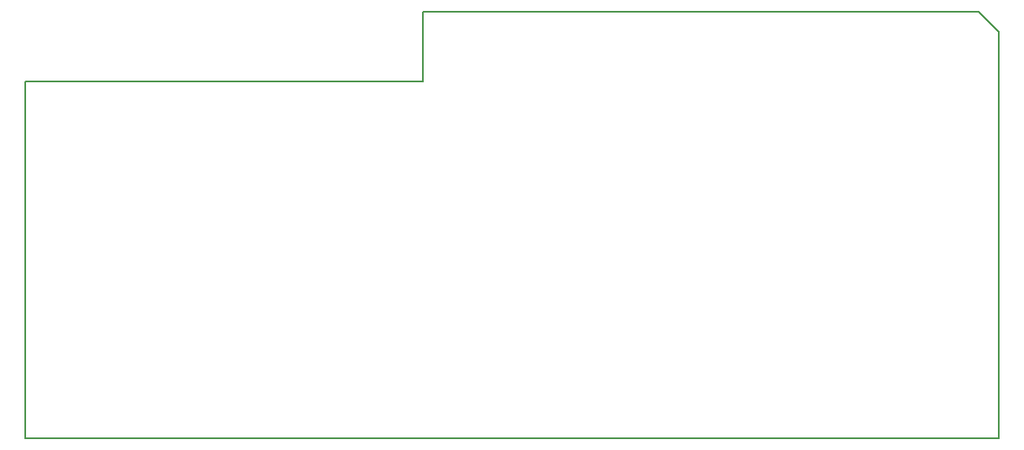
<source format=gbr>
%TF.GenerationSoftware,KiCad,Pcbnew,7.0.10*%
%TF.CreationDate,2024-02-06T22:07:37+01:00*%
%TF.ProjectId,16M2164_Ersatz_16dRAM,31364d32-3136-4345-9f45-727361747a5f,1*%
%TF.SameCoordinates,Original*%
%TF.FileFunction,Profile,NP*%
%FSLAX46Y46*%
G04 Gerber Fmt 4.6, Leading zero omitted, Abs format (unit mm)*
G04 Created by KiCad (PCBNEW 7.0.10) date 2024-02-06 22:07:37*
%MOMM*%
%LPD*%
G01*
G04 APERTURE LIST*
%TA.AperFunction,Profile*%
%ADD10C,0.200000*%
%TD*%
G04 APERTURE END LIST*
D10*
X97240000Y-87000000D02*
X137240000Y-87000000D01*
X97240000Y-123000000D02*
X97240000Y-87000000D01*
X193240000Y-80000000D02*
X195240000Y-82000000D01*
X195240000Y-82000000D02*
X195240000Y-123000000D01*
X137240000Y-80000000D02*
X193240000Y-80000000D01*
X137240000Y-87000000D02*
X137240000Y-80000000D01*
X195240000Y-123000000D02*
X97240000Y-123000000D01*
M02*

</source>
